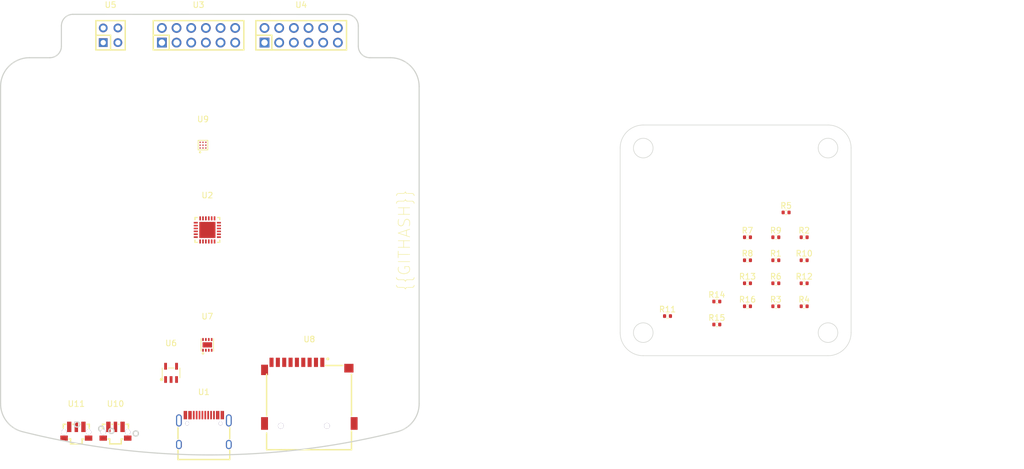
<source format=kicad_pcb>
(kicad_pcb (version 20221018) (generator pcbnew)
  (layers (0 "F.Cu" signal) (31 "B.Cu" signal) (34 "B.Paste" user) (35 "F.Paste" user) (36 "B.SilkS" user "B.Silkscreen") (37 "F.SilkS" user "F.Silkscreen") (38 "B.Mask" user) (39 "F.Mask" user) (44 "Edge.Cuts" user))
  (net 0 "")
  (net 1 "p1_0")
  (net 2 "p1_1")
  (net 3 "p1_2")
  (net 4 "p1_3")
  (net 5 "p0_0")
  (net 6 "p0_1")
  (net 7 "p0_2")
  (net 8 "p0_3")
  (net 9 "gnd")
  (net 10 "p0_4")
  (net 11 "p0_5")
  (net 12 "p0_6")
  (net 13 "p0_7")
  (net 14 "p1_4")
  (net 15 "p1_5")
  (net 16 "p1_6")
  (net 17 "p1_7")
  (net 18 "ad0")
  (net 19 "scl")
  (net 20 "sda")
  (net 21 "vcc")
  (net 22 "intn")
  (net 23 "rstn")
  (net 24 "ad1")
  (net 25 "vcc-3")
  (net 26 "cc1")
  (net 27 "dm")
  (net 28 "dp")
  (net 29 "cc2")
  (net 30 "vol_up.btn.btn-_4")
  (net 31 "vol_down.btn.btn-_4")
  (net 32 "stat")
  (net 33 "vcc-2")
  (net 34 "vcc-1")
  (net 35 "i2c_pullup.r_sda-vcc")
  (net 36 "ctg")
  (net 37 "qstrt")
  (net 38 "sbu2")
  (net 39 "sbu1")
  (net 40 "dat2")
  (net 41 "cd_dat3")
  (net 42 "cmd")
  (net 43 "vdd")
  (net 44 "clx")
  (net 45 "vss")
  (net 46 "dat0")
  (net 47 "dat1")
  (net 48 "net")
  (net 49 "uSD-ep")
  (net 50 "pmod1-_1")
  (net 51 "pmod1-_2")
  (net 52 "pmod1-_3")
  (net 53 "pmod1-_4")
  (net 54 "pmod1-_5")
  (net 55 "pmod1-_6")
  (net 56 "pmod1-_7")
  (net 57 "pmod1-_8")
  (net 58 "max17048-ep")
  (net 59 "pin2x2-_1")
  (net 60 "pin2x2-_2")
  (net 61 "pin2x2-_3")
  (net 62 "pin2x2-_4")
  (net 63 "pmod1-_9")
  (net 64 "pmod1-_10")
  (net 65 "pmod1-_11")
  (net 66 "pmod1-_12")
  (net 67 "pmod2-_1")
  (net 68 "pmod2-_2")
  (net 69 "pmod2-_3")
  (net 70 "pmod2-_4")
  (net 71 "pmod2-_5")
  (net 72 "pmod2-_6")
  (net 73 "pmod2-_7")
  (net 74 "pmod2-_8")
  (net 75 "pmod2-_9")
  (net 76 "pmod2-_10")
  (net 77 "pmod2-_11")
  (net 78 "pmod2-_12")
  (footprint "lib:SIM-SMD_C9900007362" (layer "F.Cu") (at 167.78 124.24)
    (fp_text reference "U8" (at 0 -9.3) (layer "F.SilkS"))
    (fp_text value "")
    (fp_line (start -7.4 3.97) (end -7.4 -3.25) (stroke (width 0.25)) (layer "F.SilkS"))
    (fp_line (start -7.4 9.85) (end -7.4 6.95) (stroke (width 0.25)) (layer "F.SilkS"))
    (fp_line (start 2.83 -4.75) (end 5.8 -4.75) (stroke (width 0.25)) (layer "F.SilkS"))
    (fp_line (start 7.3 -3.25) (end 7.3 -3.25) (stroke (width 0.25)) (layer "F.SilkS"))
    (fp_line (start 7.3 -3.25) (end 7.3 3.97) (stroke (width 0.25)) (layer "F.SilkS"))
    (fp_line (start 7.3 6.63) (end 7.3 9.85) (stroke (width 0.25)) (layer "F.SilkS"))
    (fp_line (start 7.3 9.85) (end -7.4 9.85) (stroke (width 0.25)) (layer "F.SilkS"))
    (fp_circle (center 3.2 -5.9) (end 3.34 -5.9) (stroke (width 0.25)) (fill none) (layer "F.SilkS"))
    (pad "" thru_hole circle (at -4.94 5.71) (size 1 1) (drill 1) (layers "*.Cu" "*.Mask"))
    (pad "" thru_hole circle (at 3.05 5.71) (size 1 1) (drill 1) (layers "*.Cu" "*.Mask"))
    (pad "1" smd rect (at 2.25 -5.3) (size 0.7 1.6) (layers "F.Cu" "F.Paste" "F.Mask") (net 40 "dat2"))
    (pad "2" smd rect (at 1.15 -5.3) (size 0.7 1.6) (layers "F.Cu" "F.Paste" "F.Mask") (net 41 "cd_dat3"))
    (pad "3" smd rect (at 0.05 -5.3) (size 0.7 1.6) (layers "F.Cu" "F.Paste" "F.Mask") (net 42 "cmd"))
    (pad "4" smd rect (at -1.05 -5.3) (size 0.7 1.6) (layers "F.Cu" "F.Paste" "F.Mask") (net 43 "vdd"))
    (pad "5" smd rect (at -2.15 -5.3) (size 0.7 1.6) (layers "F.Cu" "F.Paste" "F.Mask") (net 44 "clx"))
    (pad "6" smd rect (at -3.25 -5.3) (size 0.7 1.6) (layers "F.Cu" "F.Paste" "F.Mask") (net 45 "vss"))
    (pad "7" smd rect (at -4.35 -5.3) (size 0.7 1.6) (layers "F.Cu" "F.Paste" "F.Mask") (net 46 "dat0"))
    (pad "8" smd rect (at -5.45 -5.3) (size 0.7 1.6) (layers "F.Cu" "F.Paste" "F.Mask") (net 47 "dat1"))
    (pad "CD" smd rect (at -6.55 -5.3) (size 0.7 1.6) (layers "F.Cu" "F.Paste" "F.Mask") (net 48 "net"))
    (pad "G" smd rect (at -7.76 5.3) (size 1.2 2.2) (layers "F.Cu" "F.Paste" "F.Mask") (net 49 "uSD-ep"))
    (pad "G" smd rect (at -7.75 -3.99) (size 1.2 1.8) (layers "F.Cu" "F.Paste" "F.Mask") (net 49 "uSD-ep"))
    (pad "G" smd rect (at 6.85 -4.29) (size 1.6 1.5) (layers "F.Cu" "F.Paste" "F.Mask") (net 49 "uSD-ep"))
    (pad "G" smd rect (at 7.76 5.3) (size 1.2 2.2) (layers "F.Cu" "F.Paste" "F.Mask") (net 49 "uSD-ep"))
  )
  (footprint "lib:HDR-TH_12P-P2.54-V-M-R2-C6-S2.54" (layer "F.Cu") (at 148.59 62.23)
    (fp_text reference "U3" (at 0 -5.27) (layer "F.SilkS"))
    (fp_text value "")
    (fp_line (start -7.85 -2.54) (end -7.85 2.54) (stroke (width 0.25)) (layer "F.SilkS"))
    (fp_line (start -7.85 -2.54) (end 7.85 -2.54) (stroke (width 0.25)) (layer "F.SilkS"))
    (fp_line (start -7.85 -0.01) (end -5.08 -0.01) (stroke (width 0.25)) (layer "F.SilkS"))
    (fp_line (start -7.85 2.54) (end 7.85 2.54) (stroke (width 0.25)) (layer "F.SilkS"))
    (fp_line (start -5.08 -0.01) (end -5.08 2.54) (stroke (width 0.25)) (layer "F.SilkS"))
    (fp_line (start 7.85 -2.54) (end 7.85 2.54) (stroke (width 0.25)) (layer "F.SilkS"))
    (pad "1" thru_hole rect (at -6.35 1.27) (size 1.7 1.7) (drill 1.100023) (layers "*.Cu" "*.Mask") (net 50 "pmod1-_1"))
    (pad "2" thru_hole circle (at -6.35 -1.27) (size 1.7 1.7) (drill 1.100023) (layers "*.Cu" "*.Mask") (net 51 "pmod1-_2"))
    (pad "3" thru_hole circle (at -3.81 1.27) (size 1.7 1.7) (drill 1.100023) (layers "*.Cu" "*.Mask") (net 52 "pmod1-_3"))
    (pad "4" thru_hole circle (at -3.81 -1.27) (size 1.7 1.7) (drill 1.100023) (layers "*.Cu" "*.Mask") (net 53 "pmod1-_4"))
    (pad "5" thru_hole circle (at -1.27 1.27) (size 1.7 1.7) (drill 1.100023) (layers "*.Cu" "*.Mask") (net 54 "pmod1-_5"))
    (pad "6" thru_hole circle (at -1.27 -1.27) (size 1.7 1.7) (drill 1.100023) (layers "*.Cu" "*.Mask") (net 55 "pmod1-_6"))
    (pad "7" thru_hole circle (at 1.27 1.27) (size 1.7 1.7) (drill 1.100023) (layers "*.Cu" "*.Mask") (net 56 "pmod1-_7"))
    (pad "8" thru_hole circle (at 1.27 -1.27) (size 1.7 1.7) (drill 1.100023) (layers "*.Cu" "*.Mask") (net 57 "pmod1-_8"))
    (pad "9" thru_hole circle (at 3.81 1.27) (size 1.7 1.7) (drill 1.100023) (layers "*.Cu" "*.Mask") (net 63 "pmod1-_9"))
    (pad "10" thru_hole circle (at 3.81 -1.27) (size 1.7 1.7) (drill 1.100023) (layers "*.Cu" "*.Mask") (net 64 "pmod1-_10"))
    (pad "11" thru_hole circle (at 6.35 1.27) (size 1.7 1.7) (drill 1.100023) (layers "*.Cu" "*.Mask") (net 65 "pmod1-_11"))
    (pad "12" thru_hole circle (at 6.35 -1.27) (size 1.7 1.7) (drill 1.100023) (layers "*.Cu" "*.Mask") (net 66 "pmod1-_12"))
  )
  (footprint "lib:HDR-TH_12P-P2.54-V-M-R2-C6-S2.54" (layer "F.Cu") (at 166.37 62.23)
    (fp_text reference "U4" (at 0 -5.27) (layer "F.SilkS"))
    (fp_text value "")
    (fp_line (start -7.85 -2.54) (end -7.85 2.54) (stroke (width 0.25)) (layer "F.SilkS"))
    (fp_line (start -7.85 -2.54) (end 7.85 -2.54) (stroke (width 0.25)) (layer "F.SilkS"))
    (fp_line (start -7.85 -0.01) (end -5.08 -0.01) (stroke (width 0.25)) (layer "F.SilkS"))
    (fp_line (start -7.85 2.54) (end 7.85 2.54) (stroke (width 0.25)) (layer "F.SilkS"))
    (fp_line (start -5.08 -0.01) (end -5.08 2.54) (stroke (width 0.25)) (layer "F.SilkS"))
    (fp_line (start 7.85 -2.54) (end 7.85 2.54) (stroke (width 0.25)) (layer "F.SilkS"))
    (pad "1" thru_hole rect (at -6.35 1.27) (size 1.7 1.7) (drill 1.100023) (layers "*.Cu" "*.Mask") (net 67 "pmod2-_1"))
    (pad "2" thru_hole circle (at -6.35 -1.27) (size 1.7 1.7) (drill 1.100023) (layers "*.Cu" "*.Mask") (net 68 "pmod2-_2"))
    (pad "3" thru_hole circle (at -3.81 1.27) (size 1.7 1.7) (drill 1.100023) (layers "*.Cu" "*.Mask") (net 69 "pmod2-_3"))
    (pad "4" thru_hole circle (at -3.81 -1.27) (size 1.7 1.7) (drill 1.100023) (layers "*.Cu" "*.Mask") (net 70 "pmod2-_4"))
    (pad "5" thru_hole circle (at -1.27 1.27) (size 1.7 1.7) (drill 1.100023) (layers "*.Cu" "*.Mask") (net 71 "pmod2-_5"))
    (pad "6" thru_hole circle (at -1.27 -1.27) (size 1.7 1.7) (drill 1.100023) (layers "*.Cu" "*.Mask") (net 72 "pmod2-_6"))
    (pad "7" thru_hole circle (at 1.27 1.27) (size 1.7 1.7) (drill 1.100023) (layers "*.Cu" "*.Mask") (net 73 "pmod2-_7"))
    (pad "8" thru_hole circle (at 1.27 -1.27) (size 1.7 1.7) (drill 1.100023) (layers "*.Cu" "*.Mask") (net 74 "pmod2-_8"))
    (pad "9" thru_hole circle (at 3.81 1.27) (size 1.7 1.7) (drill 1.100023) (layers "*.Cu" "*.Mask") (net 75 "pmod2-_9"))
    (pad "10" thru_hole circle (at 3.81 -1.27) (size 1.7 1.7) (drill 1.100023) (layers "*.Cu" "*.Mask") (net 76 "pmod2-_10"))
    (pad "11" thru_hole circle (at 6.35 1.27) (size 1.7 1.7) (drill 1.100023) (layers "*.Cu" "*.Mask") (net 77 "pmod2-_11"))
    (pad "12" thru_hole circle (at 6.35 -1.27) (size 1.7 1.7) (drill 1.100023) (layers "*.Cu" "*.Mask") (net 78 "pmod2-_12"))
  )
  (footprint "lib:DFN-8_L2.0-W2.0-P0.50-BL-EP" (layer "F.Cu") (at 150.11 115.91)
    (fp_text reference "U7" (at 0 -4.93) (layer "F.SilkS"))
    (fp_text value "")
    (fp_line (start -1.08 1.08) (end -1.08 -1.08) (stroke (width 0.15)) (layer "F.SilkS"))
    (fp_line (start 1.08 1.08) (end 1.08 -1.08) (stroke (width 0.15)) (layer "F.SilkS"))
    (fp_circle (center -0.75 1.48) (end -0.68 1.48) (stroke (width 0.15)) (fill none) (layer "F.SilkS"))
    (pad "1" smd rect (at -0.75 0.93) (size 0.28 0.51) (layers "F.Cu" "F.Paste" "F.Mask") (net 36 "ctg"))
    (pad "2" smd rect (at -0.25 0.93) (size 0.28 0.51) (layers "F.Cu" "F.Paste" "F.Mask") (net 33 "vcc-2"))
    (pad "3" smd rect (at 0.25 0.93) (size 0.28 0.51) (layers "F.Cu" "F.Paste" "F.Mask") (net 33 "vcc-2"))
    (pad "4" smd rect (at 0.75 0.93) (size 0.28 0.51) (layers "F.Cu" "F.Paste" "F.Mask") (net 9 "gnd"))
    (pad "5" smd rect (at 0.75 -0.93) (size 0.28 0.51) (layers "F.Cu" "F.Paste" "F.Mask") (net 14 "p1_4"))
    (pad "6" smd rect (at 0.25 -0.93) (size 0.28 0.51) (layers "F.Cu" "F.Paste" "F.Mask") (net 37 "qstrt"))
    (pad "7" smd rect (at -0.25 -0.93) (size 0.28 0.51) (layers "F.Cu" "F.Paste" "F.Mask") (net 19 "scl"))
    (pad "8" smd rect (at -0.75 -0.93) (size 0.28 0.51) (layers "F.Cu" "F.Paste" "F.Mask") (net 20 "sda"))
    (pad "9" smd rect (at 0 0) (size 1.65 0.9) (layers "F.Cu" "F.Paste" "F.Mask") (net 58 "max17048-ep"))
  )
  (footprint "lib:R0402" (layer "F.Cu") (at 253.49 109.22)
    (fp_text reference "R4" (at 0 -1.17) (layer "F.SilkS"))
    (fp_text value "62.5mW Thick Film Resistors ±100ppm/℃ ±1% 10kΩ 0402  Chip Resistor - Surface Mount ROHS")
    (fp_line (start -0.153641 -0.38) (end 0.153641 -0.38) (stroke (width 0.12)) (layer "F.SilkS"))
    (fp_line (start -0.153641 0.38) (end 0.153641 0.38) (stroke (width 0.12)) (layer "F.SilkS"))
    (pad "1" smd roundrect (at -0.51 0) (size 0.54 0.64) (layers "F.Cu" "F.Paste" "F.Mask") (net 19 "scl"))
    (pad "2" smd roundrect (at 0.51 0) (size 0.54 0.64) (layers "F.Cu" "F.Paste" "F.Mask") (net 35 "i2c_pullup.r_sda-vcc"))
  )
  (footprint "lib:R0402" (layer "F.Cu") (at 243.67 97.25)
    (fp_text reference "R7" (at 0 -1.17) (layer "F.SilkS"))
    (fp_text value "62.5mW Thick Film Resistors ±100ppm/℃ ±1% 10kΩ 0402  Chip Resistor - Surface Mount ROHS")
    (fp_line (start -0.153641 -0.38) (end 0.153641 -0.38) (stroke (width 0.12)) (layer "F.SilkS"))
    (fp_line (start -0.153641 0.38) (end 0.153641 0.38) (stroke (width 0.12)) (layer "F.SilkS"))
    (pad "1" smd roundrect (at -0.51 0) (size 0.54 0.64) (layers "F.Cu" "F.Paste" "F.Mask") (net 21 "vcc"))
    (pad "2" smd roundrect (at 0.51 0) (size 0.54 0.64) (layers "F.Cu" "F.Paste" "F.Mask") (net 7 "p0_2"))
  )
  (footprint "lib:HDR-TH_4P-P2.54-V-M-R2-C2-S2.54-1" (layer "F.Cu") (at 133.35 62.23)
    (fp_text reference "U5" (at 0 -5.27) (layer "F.SilkS"))
    (fp_text value "")
    (fp_line (start -2.54 -2.54) (end 2.54 -2.54) (stroke (width 0.25)) (layer "F.SilkS"))
    (fp_line (start -2.54 0) (end 0 0) (stroke (width 0.25)) (layer "F.SilkS"))
    (fp_line (start -2.54 2.54) (end -2.54 -2.54) (stroke (width 0.25)) (layer "F.SilkS"))
    (fp_line (start 0 0) (end 0 2.54) (stroke (width 0.25)) (layer "F.SilkS"))
    (fp_line (start 2.54 -2.54) (end 2.54 2.54) (stroke (width 0.25)) (layer "F.SilkS"))
    (fp_line (start 2.54 2.54) (end -2.54 2.54) (stroke (width 0.25)) (layer "F.SilkS"))
    (pad "1" thru_hole rect (at -1.27 1.27) (size 1.52 1.52) (drill 0.9144) (layers "*.Cu" "*.Mask") (net 59 "pin2x2-_1"))
    (pad "2" thru_hole circle (at -1.27 -1.27) (size 1.52 1.52) (drill 0.9144) (layers "*.Cu" "*.Mask") (net 60 "pin2x2-_2"))
    (pad "3" thru_hole circle (at 1.27 1.27) (size 1.52 1.52) (drill 0.9144) (layers "*.Cu" "*.Mask") (net 61 "pin2x2-_3"))
    (pad "4" thru_hole circle (at 1.27 -1.27) (size 1.52 1.52) (drill 0.9144) (layers "*.Cu" "*.Mask") (net 62 "pin2x2-_4"))
  )
  (footprint "lib:R0402" (layer "F.Cu") (at 238.36 112.38)
    (fp_text reference "R15" (at 0 -1.17) (layer "F.SilkS"))
    (fp_text value "62.5mW Thick Film Resistors ±100ppm/℃ ±1% 10kΩ 0402  Chip Resistor - Surface Mount ROHS")
    (fp_line (start -0.153641 -0.38) (end 0.153641 -0.38) (stroke (width 0.12)) (layer "F.SilkS"))
    (fp_line (start -0.153641 0.38) (end 0.153641 0.38) (stroke (width 0.12)) (layer "F.SilkS"))
    (pad "1" smd roundrect (at -0.51 0) (size 0.54 0.64) (layers "F.Cu" "F.Paste" "F.Mask") (net 9 "gnd"))
    (pad "2" smd roundrect (at 0.51 0) (size 0.54 0.64) (layers "F.Cu" "F.Paste" "F.Mask") (net 3 "p1_2"))
  )
  (footprint "lib:R0402" (layer "F.Cu") (at 253.49 97.25)
    (fp_text reference "R2" (at 0 -1.17) (layer "F.SilkS"))
    (fp_text value "62.5mW Thick Film Resistors ±100ppm/℃ ±1% 5.1kΩ 0402  Chip Resistor - Surface Mount ROHS")
    (fp_line (start -0.153641 -0.38) (end 0.153641 -0.38) (stroke (width 0.12)) (layer "F.SilkS"))
    (fp_line (start -0.153641 0.38) (end 0.153641 0.38) (stroke (width 0.12)) (layer "F.SilkS"))
    (pad "1" smd roundrect (at -0.51 0) (size 0.54 0.64) (layers "F.Cu" "F.Paste" "F.Mask") (net 29 "cc2"))
    (pad "2" smd roundrect (at 0.51 0) (size 0.54 0.64) (layers "F.Cu" "F.Paste" "F.Mask") (net 9 "gnd"))
  )
  (footprint "lib:VFQFPN-24_L4.0-W4.0-P0.50-BL-EP2.8" (layer "F.Cu") (at 150.11 95.98)
    (fp_text reference "U2" (at 0 -6) (layer "F.SilkS"))
    (fp_text value "")
    (fp_line (start -2.14 -2.15) (end -1.74 -2.15) (stroke (width 0.2)) (layer "F.SilkS"))
    (fp_line (start -2.14 -1.75) (end -2.14 -2.15) (stroke (width 0.2)) (layer "F.SilkS"))
    (fp_line (start -2.14 2.15) (end -2.14 1.75) (stroke (width 0.2)) (layer "F.SilkS"))
    (fp_line (start -1.74 2.15) (end -2.14 2.15) (stroke (width 0.2)) (layer "F.SilkS"))
    (fp_line (start 2.16 -2.15) (end 1.76 -2.15) (stroke (width 0.2)) (layer "F.SilkS"))
    (fp_line (start 2.16 -1.75) (end 2.16 -2.15) (stroke (width 0.2)) (layer "F.SilkS"))
    (fp_line (start 2.16 1.75) (end 2.16 2.15) (stroke (width 0.2)) (layer "F.SilkS"))
    (fp_line (start 2.16 2.15) (end 1.76 2.15) (stroke (width 0.2)) (layer "F.SilkS"))
    (pad "1" smd rect (at -1.25 2 180) (size 0.28 0.7) (layers "F.Cu" "F.Paste" "F.Mask") (net 1 "p1_0"))
    (pad "2" smd rect (at -0.75 2 180) (size 0.28 0.7) (layers "F.Cu" "F.Paste" "F.Mask") (net 2 "p1_1"))
    (pad "3" smd rect (at -0.25 2 180) (size 0.28 0.7) (layers "F.Cu" "F.Paste" "F.Mask") (net 3 "p1_2"))
    (pad "4" smd rect (at 0.25 2 180) (size 0.28 0.7) (layers "F.Cu" "F.Paste" "F.Mask") (net 4 "p1_3"))
    (pad "5" smd rect (at 0.75 2 180) (size 0.28 0.7) (layers "F.Cu" "F.Paste" "F.Mask") (net 5 "p0_0"))
    (pad "6" smd rect (at 1.25 2 180) (size 0.28 0.7) (layers "F.Cu" "F.Paste" "F.Mask") (net 6 "p0_1"))
    (pad "7" smd rect (at 2 1.25 90) (size 0.28 0.7) (layers "F.Cu" "F.Paste" "F.Mask") (net 7 "p0_2"))
    (pad "8" smd rect (at 2 0.75 90) (size 0.28 0.7) (layers "F.Cu" "F.Paste" "F.Mask") (net 8 "p0_3"))
    (pad "9" smd rect (at 2 0.25 90) (size 0.28 0.7) (layers "F.Cu" "F.Paste" "F.Mask") (net 9 "gnd"))
    (pad "10" smd rect (at 2 -0.25 90) (size 0.28 0.7) (layers "F.Cu" "F.Paste" "F.Mask") (net 10 "p0_4"))
    (pad "11" smd rect (at 2 -0.75 90) (size 0.28 0.7) (layers "F.Cu" "F.Paste" "F.Mask") (net 11 "p0_5"))
    (pad "12" smd rect (at 2 -1.25 90) (size 0.28 0.7) (layers "F.Cu" "F.Paste" "F.Mask") (net 12 "p0_6"))
    (pad "13" smd rect (at 1.25 -2 180) (size 0.28 0.7) (layers "F.Cu" "F.Paste" "F.Mask") (net 13 "p0_7"))
    (pad "14" smd rect (at 0.75 -2 180) (size 0.28 0.7) (layers "F.Cu" "F.Paste" "F.Mask") (net 14 "p1_4"))
    (pad "15" smd rect (at 0.25 -2 180) (size 0.28 0.7) (layers "F.Cu" "F.Paste" "F.Mask") (net 15 "p1_5"))
    (pad "16" smd rect (at -0.25 -2 180) (size 0.28 0.7) (layers "F.Cu" "F.Paste" "F.Mask") (net 16 "p1_6"))
    (pad "17" smd rect (at -0.75 -2 180) (size 0.28 0.7) (layers "F.Cu" "F.Paste" "F.Mask") (net 17 "p1_7"))
    (pad "18" smd rect (at -1.24 -2 180) (size 0.28 0.7) (layers "F.Cu" "F.Paste" "F.Mask") (net 18 "ad0"))
    (pad "19" smd rect (at -2 -1.25 90) (size 0.28 0.7) (layers "F.Cu" "F.Paste" "F.Mask") (net 19 "scl"))
    (pad "20" smd rect (at -2 -0.75 90) (size 0.28 0.7) (layers "F.Cu" "F.Paste" "F.Mask") (net 20 "sda"))
    (pad "21" smd rect (at -2 -0.25 90) (size 0.28 0.7) (layers "F.Cu" "F.Paste" "F.Mask") (net 21 "vcc"))
    (pad "22" smd rect (at -2 0.25 90) (size 0.28 0.7) (layers "F.Cu" "F.Paste" "F.Mask") (net 22 "intn"))
    (pad "23" smd rect (at -2 0.75 90) (size 0.28 0.7) (layers "F.Cu" "F.Paste" "F.Mask") (net 23 "rstn"))
    (pad "24" smd rect (at -2 1.25 90) (size 0.28 0.7) (layers "F.Cu" "F.Paste" "F.Mask") (net 24 "ad1"))
    (pad "25" smd rect (at 0.01 0 90) (size 2.8 2.8) (layers "F.Cu" "F.Paste" "F.Mask") (net 9 "gnd"))
  )
  (footprint "lib:R0402" (layer "F.Cu") (at 253.49 105.23)
    (fp_text reference "R12" (at 0 -1.17) (layer "F.SilkS"))
    (fp_text value "62.5mW Thick Film Resistors ±100ppm/℃ ±1% 10kΩ 0402  Chip Resistor - Surface Mount ROHS")
    (fp_line (start -0.153641 -0.38) (end 0.153641 -0.38) (stroke (width 0.12)) (layer "F.SilkS"))
    (fp_line (start -0.153641 0.38) (end 0.153641 0.38) (stroke (width 0.12)) (layer "F.SilkS"))
    (pad "1" smd roundrect (at -0.51 0) (size 0.54 0.64) (layers "F.Cu" "F.Paste" "F.Mask") (net 9 "gnd"))
    (pad "2" smd roundrect (at 0.51 0) (size 0.54 0.64) (layers "F.Cu" "F.Paste" "F.Mask") (net 13 "p0_7"))
  )
  (footprint "lib:R0402" (layer "F.Cu") (at 248.58 109.22)
    (fp_text reference "R3" (at 0 -1.17) (layer "F.SilkS"))
    (fp_text value "62.5mW Thick Film Resistors ±100ppm/℃ ±1% 10kΩ 0402  Chip Resistor - Surface Mount ROHS")
    (fp_line (start -0.153641 -0.38) (end 0.153641 -0.38) (stroke (width 0.12)) (layer "F.SilkS"))
    (fp_line (start -0.153641 0.38) (end 0.153641 0.38) (stroke (width 0.12)) (layer "F.SilkS"))
    (pad "1" smd roundrect (at -0.51 0) (size 0.54 0.64) (layers "F.Cu" "F.Paste" "F.Mask") (net 20 "sda"))
    (pad "2" smd roundrect (at 0.51 0) (size 0.54 0.64) (layers "F.Cu" "F.Paste" "F.Mask") (net 35 "i2c_pullup.r_sda-vcc"))
  )
  (footprint "lib:SW-SMD_E-SWITCH_TL3340" (layer "F.Cu") (at 134.2 131.11)
    (fp_text reference "U10" (at 0 -4.98) (layer "F.SilkS"))
    (fp_text value "")
    (fp_line (start -2.25 -1.43) (end -2.25 -0.75) (stroke (width 0.25)) (layer "F.SilkS"))
    (fp_line (start -2.25 -1.43) (end -1.83 -1.43) (stroke (width 0.25)) (layer "F.SilkS"))
    (fp_line (start -1.24 1.12) (end -1 1.12) (stroke (width 0.25)) (layer "F.SilkS"))
    (fp_line (start -1 1.12) (end -1 1.97) (stroke (width 0.25)) (layer "F.SilkS"))
    (fp_line (start -1 1.97) (end 1 1.97) (stroke (width 0.25)) (layer "F.SilkS"))
    (fp_line (start -0.62 -1.43) (end -0.53 -1.43) (stroke (width 0.25)) (layer "F.SilkS"))
    (fp_line (start 0.53 -1.43) (end 0.62 -1.43) (stroke (width 0.25)) (layer "F.SilkS"))
    (fp_line (start 1 1.12) (end 1.24 1.12) (stroke (width 0.25)) (layer "F.SilkS"))
    (fp_line (start 1 1.97) (end 1 1.12) (stroke (width 0.25)) (layer "F.SilkS"))
    (fp_line (start 1.83 -1.43) (end 2.25 -1.43) (stroke (width 0.25)) (layer "F.SilkS"))
    (fp_line (start 2.25 -1.43) (end 2.25 -0.75) (stroke (width 0.25)) (layer "F.SilkS"))
    (pad "" thru_hole circle (at -2.12 -0.07) (size 0.9 0.9) (drill 0.9) (layers "*.Cu" "*.Mask"))
    (pad "" thru_hole circle (at 2.12 -0.07) (size 0.9 0.9) (drill 0.9) (layers "*.Cu" "*.Mask"))
    (pad "1" smd rect (at -1.23 -0.98) (size 0.75 1.8) (layers "F.Cu" "F.Paste" "F.Mask") (net 3 "p1_2"))
    (pad "2" smd rect (at 0 -0.98) (size 0.6 1.8) (layers "F.Cu" "F.Paste" "F.Mask") (net 21 "vcc"))
    (pad "3" smd rect (at 1.23 -0.98) (size 0.75 1.8) (layers "F.Cu" "F.Paste" "F.Mask") (net 21 "vcc"))
    (pad "4" smd rect (at 2.12 0.97 90) (size 0.9 1.3) (layers "F.Cu" "F.Paste" "F.Mask") (net 30 "vol_up.btn.btn-_4"))
    (pad "5" smd rect (at -2.12 0.97 90) (size 0.9 1.3) (layers "F.Cu" "F.Paste" "F.Mask") (net 30 "vol_up.btn.btn-_4"))
  )
  (footprint "lib:USB-C-SMD_TYPE-611-T3-W" (layer "F.Cu") (at 149.51 130.64)
    (fp_text reference "U1" (at 0 -6.55) (layer "F.SilkS"))
    (fp_text value "")
    (fp_line (start -4.48 1.53) (end -4.48 -0.37) (stroke (width 0.25)) (layer "F.SilkS"))
    (fp_line (start -4.48 5.15) (end -4.48 3.56) (stroke (width 0.25)) (layer "F.SilkS"))
    (fp_line (start 4.48 1.53) (end 4.48 -0.37) (stroke (width 0.25)) (layer "F.SilkS"))
    (fp_line (start 4.48 5.15) (end -4.48 5.15) (stroke (width 0.25)) (layer "F.SilkS"))
    (fp_line (start 4.48 5.15) (end 4.48 3.56) (stroke (width 0.25)) (layer "F.SilkS"))
    (pad "" thru_hole circle (at -2.89 -1.1) (size 0.65 0.65) (drill 0.65) (layers "*.Cu" "*.Mask"))
    (pad "" thru_hole circle (at 2.89 -1.1) (size 0.65 0.65) (drill 0.65) (layers "*.Cu" "*.Mask"))
    (pad "17" thru_hole oval (at 4.32 -1.63) (size 1 2.1) (drill oval 0.599999 1.699997) (layers "*.Cu" "*.Mask") (net 9 "gnd"))
    (pad "18" thru_hole oval (at 4.32 2.55) (size 1 1.6) (drill oval 0.599999 1.199998) (layers "*.Cu" "*.Mask") (net 9 "gnd"))
    (pad "19" thru_hole oval (at -4.32 2.55) (size 1 1.6) (drill oval 0.599999 1.199998) (layers "*.Cu" "*.Mask") (net 9 "gnd"))
    (pad "20" thru_hole oval (at -4.32 -1.63) (size 1 2.1) (drill oval 0.599999 1.699997) (layers "*.Cu" "*.Mask") (net 9 "gnd"))
    (pad "A1" smd rect (at -3.35 -2.55) (size 0.3 1.45) (layers "F.Cu" "F.Paste" "F.Mask") (net 9 "gnd"))
    (pad "A4" smd rect (at -2.55 -2.54) (size 0.3 1.45) (layers "F.Cu" "F.Paste" "F.Mask") (net 25 "vcc-3"))
    (pad "A5" smd rect (at -1.25 -2.55) (size 0.3 1.45) (layers "F.Cu" "F.Paste" "F.Mask") (net 26 "cc1"))
    (pad "A6" smd rect (at -0.25 -2.55) (size 0.3 1.45) (layers "F.Cu" "F.Paste" "F.Mask") (net 28 "dp"))
    (pad "A7" smd rect (at 0.25 -2.55) (size 0.3 1.45) (layers "F.Cu" "F.Paste" "F.Mask") (net 27 "dm"))
    (pad "A8" smd rect (at 1.25 -2.55) (size 0.3 1.45) (layers "F.Cu" "F.Paste" "F.Mask") (net 39 "sbu1"))
    (pad "A9" smd rect (at 2.55 -2.55) (size 0.3 1.45) (layers "F.Cu" "F.Paste" "F.Mask") (net 25 "vcc-3"))
    (pad "A12" smd rect (at 3.35 -2.55) (size 0.3 1.45) (layers "F.Cu" "F.Paste" "F.Mask") (net 9 "gnd"))
    (pad "B1" smd rect (at 3.05 -2.55) (size 0.3 1.45) (layers "F.Cu" "F.Paste" "F.Mask") (net 9 "gnd"))
    (pad "B4" smd rect (at 2.25 -2.55) (size 0.3 1.45) (layers "F.Cu" "F.Paste" "F.Mask") (net 25 "vcc-3"))
    (pad "B5" smd rect (at 1.75 -2.55) (size 0.3 1.45) (layers "F.Cu" "F.Paste" "F.Mask") (net 29 "cc2"))
    (pad "B6" smd rect (at 0.75 -2.55) (size 0.3 1.45) (layers "F.Cu" "F.Paste" "F.Mask") (net 28 "dp"))
    (pad "B7" smd rect (at -0.75 -2.55) (size 0.3 1.45) (layers "F.Cu" "F.Paste" "F.Mask") (net 27 "dm"))
    (pad "B8" smd rect (at -1.75 -2.55) (size 0.3 1.45) (layers "F.Cu" "F.Paste" "F.Mask") (net 38 "sbu2"))
    (pad "B9" smd rect (at -2.25 -2.54) (size 0.3 1.45) (layers "F.Cu" "F.Paste" "F.Mask") (net 25 "vcc-3"))
    (pad "B12" smd rect (at -3.05 -2.55) (size 0.3 1.45) (layers "F.Cu" "F.Paste" "F.Mask") (net 9 "gnd"))
  )
  (footprint "lib:R0402" (layer "F.Cu") (at 238.36 108.39)
    (fp_text reference "R14" (at 0 -1.17) (layer "F.SilkS"))
    (fp_text value "62.5mW Thick Film Resistors ±100ppm/℃ ±1% 10kΩ 0402  Chip Resistor - Surface Mount ROHS")
    (fp_line (start -0.153641 -0.38) (end 0.153641 -0.38) (stroke (width 0.12)) (layer "F.SilkS"))
    (fp_line (start -0.153641 0.38) (end 0.153641 0.38) (stroke (width 0.12)) (layer "F.SilkS"))
    (pad "1" smd roundrect (at -0.51 0) (size 0.54 0.64) (layers "F.Cu" "F.Paste" "F.Mask") (net 9 "gnd"))
    (pad "2" smd roundrect (at 0.51 0) (size 0.54 0.64) (layers "F.Cu" "F.Paste" "F.Mask") (net 2 "p1_1"))
  )
  (footprint "lib:SW-SMD_E-SWITCH_TL3340" (layer "F.Cu") (at 127.42 131.11)
    (fp_text reference "U11" (at 0 -4.98) (layer "F.SilkS"))
    (fp_text value "")
    (fp_line (start -2.25 -1.43) (end -2.25 -0.75) (stroke (width 0.25)) (layer "F.SilkS"))
    (fp_line (start -2.25 -1.43) (end -1.83 -1.43) (stroke (width 0.25)) (layer "F.SilkS"))
    (fp_line (start -1.24 1.12) (end -1 1.12) (stroke (width 0.25)) (layer "F.SilkS"))
    (fp_line (start -1 1.12) (end -1 1.97) (stroke (width 0.25)) (layer "F.SilkS"))
    (fp_line (start -1 1.97) (end 1 1.97) (stroke (width 0.25)) (layer "F.SilkS"))
    (fp_line (start -0.62 -1.43) (end -0.53 -1.43) (stroke (width 0.25)) (layer "F.SilkS"))
    (fp_line (start 0.53 -1.43) (end 0.62 -1.43) (stroke (width 0.25)) (layer "F.SilkS"))
    (fp_line (start 1 1.12) (end 1.24 1.12) (stroke (width 0.25)) (layer "F.SilkS"))
    (fp_line (start 1 1.97) (end 1 1.12) (stroke (width 0.25)) (layer "F.SilkS"))
    (fp_line (start 1.83 -1.43) (end 2.25 -1.43) (stroke (width 0.25)) (layer "F.SilkS"))
    (fp_line (start 2.25 -1.43) (end 2.25 -0.75) (stroke (width 0.25)) (layer "F.SilkS"))
    (pad "" thru_hole circle (at -2.12 -0.07) (size 0.9 0.9) (drill 0.9) (layers "*.Cu" "*.Mask"))
    (pad "" thru_hole circle (at 2.12 -0.07) (size 0.9 0.9) (drill 0.9) (layers "*.Cu" "*.Mask"))
    (pad "1" smd rect (at -1.23 -0.98) (size 0.75 1.8) (layers "F.Cu" "F.Paste" "F.Mask") (net 4 "p1_3"))
    (pad "2" smd rect (at 0 -0.98) (size 0.6 1.8) (layers "F.Cu" "F.Paste" "F.Mask") (net 21 "vcc"))
    (pad "3" smd rect (at 1.23 -0.98) (size 0.75 1.8) (layers "F.Cu" "F.Paste" "F.Mask") (net 21 "vcc"))
    (pad "4" smd rect (at 2.12 0.97 90) (size 0.9 1.3) (layers "F.Cu" "F.Paste" "F.Mask") (net 31 "vol_down.btn.btn-_4"))
    (pad "5" smd rect (at -2.12 0.97 90) (size 0.9 1.3) (layers "F.Cu" "F.Paste" "F.Mask") (net 31 "vol_down.btn.btn-_4"))
  )
  (footprint "lib:R0402" (layer "F.Cu") (at 248.58 101.24)
    (fp_text reference "R1" (at 0 -1.17) (layer "F.SilkS"))
    (fp_text value "62.5mW Thick Film Resistors ±100ppm/℃ ±1% 5.1kΩ 0402  Chip Resistor - Surface Mount ROHS")
    (fp_line (start -0.153641 -0.38) (end 0.153641 -0.38) (stroke (width 0.12)) (layer "F.SilkS"))
    (fp_line (start -0.153641 0.38) (end 0.153641 0.38) (stroke (width 0.12)) (layer "F.SilkS"))
    (pad "1" smd roundrect (at -0.51 0) (size 0.54 0.64) (layers "F.Cu" "F.Paste" "F.Mask") (net 26 "cc1"))
    (pad "2" smd roundrect (at 0.51 0) (size 0.54 0.64) (layers "F.Cu" "F.Paste" "F.Mask") (net 9 "gnd"))
  )
  (footprint "lib:R0402" (layer "F.Cu") (at 250.36 92.95)
    (fp_text reference "R5" (at 0 -1.17) (layer "F.SilkS"))
    (fp_text value "62.5mW Thick Film Resistors ±100ppm/℃ ±1% 10kΩ 0402  Chip Resistor - Surface Mount ROHS")
    (fp_line (start -0.153641 -0.38) (end 0.153641 -0.38) (stroke (width 0.12)) (layer "F.SilkS"))
    (fp_line (start -0.153641 0.38) (end 0.153641 0.38) (stroke (width 0.12)) (layer "F.SilkS"))
    (pad "1" smd roundrect (at -0.51 0) (size 0.54 0.64) (layers "F.Cu" "F.Paste" "F.Mask") (net 21 "vcc"))
    (pad "2" smd roundrect (at 0.51 0) (size 0.54 0.64) (layers "F.Cu" "F.Paste" "F.Mask") (net 5 "p0_0"))
  )
  (footprint "lib:R0402" (layer "F.Cu") (at 243.67 109.22)
    (fp_text reference "R16" (at 0 -1.17) (layer "F.SilkS"))
    (fp_text value "62.5mW Thick Film Resistors ±100ppm/℃ ±1% 10kΩ 0402  Chip Resistor - Surface Mount ROHS")
    (fp_line (start -0.153641 -0.38) (end 0.153641 -0.38) (stroke (width 0.12)) (layer "F.SilkS"))
    (fp_line (start -0.153641 0.38) (end 0.153641 0.38) (stroke (width 0.12)) (layer "F.SilkS"))
    (pad "1" smd roundrect (at -0.51 0) (size 0.54 0.64) (layers "F.Cu" "F.Paste" "F.Mask") (net 9 "gnd"))
    (pad "2" smd roundrect (at 0.51 0) (size 0.54 0.64) (layers "F.Cu" "F.Paste" "F.Mask") (net 4 "p1_3"))
  )
  (footprint "lib:R0402" (layer "F.Cu") (at 243.67 105.23)
    (fp_text reference "R13" (at 0 -1.17) (layer "F.SilkS"))
    (fp_text value "62.5mW Thick Film Resistors ±100ppm/℃ ±1% 10kΩ 0402  Chip Resistor - Surface Mount ROHS")
    (fp_line (start -0.153641 -0.38) (end 0.153641 -0.38) (stroke (width 0.12)) (layer "F.SilkS"))
    (fp_line (start -0.153641 0.38) (end 0.153641 0.38) (stroke (width 0.12)) (layer "F.SilkS"))
    (pad "1" smd roundrect (at -0.51 0) (size 0.54 0.64) (layers "F.Cu" "F.Paste" "F.Mask") (net 9 "gnd"))
    (pad "2" smd roundrect (at 0.51 0) (size 0.54 0.64) (layers "F.Cu" "F.Paste" "F.Mask") (net 1 "p1_0"))
  )
  (footprint "lib:DSBGA-9_L1.5-W1.5-R3-C3-P0.50-BL" (layer "F.Cu") (at 149.36 81.28)
    (fp_text reference "U9" (at 0 -4.5) (layer "F.SilkS"))
    (fp_text value "")
    (fp_line (start -0.83 -0.83) (end 0.83 -0.83) (stroke (width 0.15)) (layer "F.SilkS"))
    (fp_line (start -0.83 0.83) (end -0.83 -0.83) (stroke (width 0.15)) (layer "F.SilkS"))
    (fp_line (start 0.83 -0.83) (end 0.83 0.83) (stroke (width 0.15)) (layer "F.SilkS"))
    (fp_line (start 0.83 0.83) (end -0.83 0.83) (stroke (width 0.15)) (layer "F.SilkS"))
    (fp_circle (center -0.5 1.23) (end -0.4 1.23) (stroke (width 0.2)) (fill none) (layer "F.SilkS"))
    (pad "A1" smd circle (at -0.5 0.5) (size 0.24 0.24) (layers "F.Cu" "F.Paste" "F.Mask"))
    (pad "A2" smd circle (at -0.5 0) (size 0.24 0.24) (layers "F.Cu" "F.Paste" "F.Mask"))
    (pad "A3" smd circle (at -0.5 -0.5) (size 0.24 0.24) (layers "F.Cu" "F.Paste" "F.Mask"))
    (pad "B1" smd circle (at 0 0.5) (size 0.24 0.24) (layers "F.Cu" "F.Paste" "F.Mask"))
    (pad "B2" smd circle (at 0 0) (size 0.24 0.24) (layers "F.Cu" "F.Paste" "F.Mask"))
    (pad "B3" smd circle (at 0 -0.5) (size 0.24 0.24) (layers "F.Cu" "F.Paste" "F.Mask"))
    (pad "C1" smd circle (at 0.5 0.5) (size 0.24 0.24) (layers "F.Cu" "F.Paste" "F.Mask"))
    (pad "C2" smd circle (at 0.5 0) (size 0.24 0.24) (layers "F.Cu" "F.Paste" "F.Mask"))
    (pad "C3" smd circle (at 0.5 -0.5) (size 0.24 0.24) (layers "F.Cu" "F.Paste" "F.Mask"))
  )
  (footprint "lib:R0402" (layer "F.Cu") (at 253.49 101.24)
    (fp_text reference "R10" (at 0 -1.17) (layer "F.SilkS"))
    (fp_text value "62.5mW Thick Film Resistors ±100ppm/℃ ±1% 10kΩ 0402  Chip Resistor - Surface Mount ROHS")
    (fp_line (start -0.153641 -0.38) (end 0.153641 -0.38) (stroke (width 0.12)) (layer "F.SilkS"))
    (fp_line (start -0.153641 0.38) (end 0.153641 0.38) (stroke (width 0.12)) (layer "F.SilkS"))
    (pad "1" smd roundrect (at -0.51 0) (size 0.54 0.64) (layers "F.Cu" "F.Paste" "F.Mask") (net 9 "gnd"))
    (pad "2" smd roundrect (at 0.51 0) (size 0.54 0.64) (layers "F.Cu" "F.Paste" "F.Mask") (net 11 "p0_5"))
  )
  (footprint "lib:R0402" (layer "F.Cu") (at 248.58 105.23)
    (fp_text reference "R6" (at 0 -1.17) (layer "F.SilkS"))
    (fp_text value "62.5mW Thick Film Resistors ±100ppm/℃ ±1% 10kΩ 0402  Chip Resistor - Surface Mount ROHS")
    (fp_line (start -0.153641 -0.38) (end 0.153641 -0.38) (stroke (width 0.12)) (layer "F.SilkS"))
    (fp_line (start -0.153641 0.38) (end 0.153641 0.38) (stroke (width 0.12)) (layer "F.SilkS"))
    (pad "1" smd roundrect (at -0.51 0) (size 0.54 0.64) (layers "F.Cu" "F.Paste" "F.Mask") (net 21 "vcc"))
    (pad "2" smd roundrect (at 0.51 0) (size 0.54 0.64) (layers "F.Cu" "F.Paste" "F.Mask") (net 6 "p0_1"))
  )
  (footprint "lib:R0402" (layer "F.Cu") (at 243.67 101.24)
    (fp_text reference "R8" (at 0 -1.17) (layer "F.SilkS"))
    (fp_text value "62.5mW Thick Film Resistors ±100ppm/℃ ±1% 10kΩ 0402  Chip Resistor - Surface Mount ROHS")
    (fp_line (start -0.153641 -0.38) (end 0.153641 -0.38) (stroke (width 0.12)) (layer "F.SilkS"))
    (fp_line (start -0.153641 0.38) (end 0.153641 0.38) (stroke (width 0.12)) (layer "F.SilkS"))
    (pad "1" smd roundrect (at -0.51 0) (size 0.54 0.64) (layers "F.Cu" "F.Paste" "F.Mask") (net 21 "vcc"))
    (pad "2" smd roundrect (at 0.51 0) (size 0.54 0.64) (layers "F.Cu" "F.Paste" "F.Mask") (net 8 "p0_3"))
  )
  (footprint "lib:SOT-23-5_L3.0-W1.7-P0.95-LS2.8-BL" (layer "F.Cu") (at 143.83 120.77)
    (fp_text reference "U6" (at 0 -5.15) (layer "F.SilkS"))
    (fp_text value "")
    (fp_line (start -1.53 0.85) (end -1.53 -0.85) (stroke (width 0.15)) (layer "F.SilkS"))
    (fp_line (start 0.48 -0.85) (end -0.48 -0.85) (stroke (width 0.15)) (layer "F.SilkS"))
    (fp_line (start 1.53 0.85) (end 1.53 -0.85) (stroke (width 0.15)) (layer "F.SilkS"))
    (fp_circle (center -1.65 1.14) (end -1.5 1.14) (stroke (width 0.3)) (fill none) (layer "F.SilkS"))
    (pad "1" smd rect (at -0.95 1.15) (size 0.49 1.16) (layers "F.Cu" "F.Paste" "F.Mask") (net 32 "stat"))
    (pad "2" smd rect (at 0 1.15) (size 0.49 1.16) (layers "F.Cu" "F.Paste" "F.Mask") (net 9 "gnd"))
    (pad "3" smd rect (at 0.95 1.15) (size 0.49 1.16) (layers "F.Cu" "F.Paste" "F.Mask") (net 33 "vcc-2"))
    (pad "4" smd rect (at 0.95 -1.15) (size 0.49 1.18) (layers "F.Cu" "F.Paste" "F.Mask") (net 34 "vcc-1"))
    (pad "5" smd rect (at -0.95 -1.15) (size 0.49 1.18) (layers "F.Cu" "F.Paste" "F.Mask") (net 9 "gnd"))
  )
  (footprint "lib:R0402" (layer "F.Cu") (at 229.82 110.92)
    (fp_text reference "R11" (at 0 -1.17) (layer "F.SilkS"))
    (fp_text value "62.5mW Thick Film Resistors ±100ppm/℃ ±1% 10kΩ 0402  Chip Resistor - Surface Mount ROHS")
    (fp_line (start -0.153641 -0.38) (end 0.153641 -0.38) (stroke (width 0.12)) (layer "F.SilkS"))
    (fp_line (start -0.153641 0.38) (end 0.153641 0.38) (stroke (width 0.12)) (layer "F.SilkS"))
    (pad "1" smd roundrect (at -0.51 0) (size 0.54 0.64) (layers "F.Cu" "F.Paste" "F.Mask") (net 9 "gnd"))
    (pad "2" smd roundrect (at 0.51 0) (size 0.54 0.64) (layers "F.Cu" "F.Paste" "F.Mask") (net 12 "p0_6"))
  )
  (footprint "lib:R0402" (layer "F.Cu") (at 248.58 97.25)
    (fp_text reference "R9" (at 0 -1.17) (layer "F.SilkS"))
    (fp_text value "62.5mW Thick Film Resistors ±100ppm/℃ ±1% 10kΩ 0402  Chip Resistor - Surface Mount ROHS")
    (fp_line (start -0.153641 -0.38) (end 0.153641 -0.38) (stroke (width 0.12)) (layer "F.SilkS"))
    (fp_line (start -0.153641 0.38) (end 0.153641 0.38) (stroke (width 0.12)) (layer "F.SilkS"))
    (pad "1" smd roundrect (at -0.51 0) (size 0.54 0.64) (layers "F.Cu" "F.Paste" "F.Mask") (net 9 "gnd"))
    (pad "2" smd roundrect (at 0.51 0) (size 0.54 0.64) (layers "F.Cu" "F.Paste" "F.Mask") (net 10 "p0_4"))
  )
  (gr_circle (center 225.62 81.79) (end 227.32 81.79) (stroke (width 0.1)) (fill none) (layer "Edge.Cuts"))
  (gr_circle (center 137.721731 131.27906) (end 138.171731 131.27906) (stroke (width 0.2)) (fill none) (layer "Edge.Cuts"))
  (gr_arc (start 181.799991 66.120241) (mid 185.335528 67.584701) (end 186.8 71.120232) (stroke (width 0.2)) (layer "Edge.Cuts"))
  (gr_line (start 186.8 126.11751) (end 186.8 71.120232) (stroke (width 0.2)) (layer "Edge.Cuts"))
  (gr_circle (center 257.62 113.79) (end 259.32 113.79) (stroke (width 0.1)) (fill none) (layer "Edge.Cuts"))
  (gr_circle (center 131.732269 130.448972) (end 132.182269 130.448972) (stroke (width 0.2)) (fill none) (layer "Edge.Cuts"))
  (gr_circle (center 257.62 81.79) (end 259.32 81.79) (stroke (width 0.1)) (fill none) (layer "Edge.Cuts"))
  (gr_arc (start 124.836 64.115881) (mid 124.255359 65.524941) (end 122.850569 66.11585) (stroke (width 0.2)) (layer "Edge.Cuts"))
  (gr_arc (start 261.62 113.79) (mid 260.448427 116.618427) (end 257.62 117.79) (stroke (width 0.1)) (layer "Edge.Cuts"))
  (gr_arc (start 118.076341 130.957951) (mid 115.355487 129.182592) (end 114.3 126.109991) (stroke (width 0.2)) (layer "Edge.Cuts"))
  (gr_arc (start 183.096608 130.94907) (mid 150.587027 134.995211) (end 118.076341 130.957951) (stroke (width 0.2)) (layer "Edge.Cuts"))
  (gr_circle (center 127.546841 129.710972) (end 127.996841 129.710972) (stroke (width 0.2)) (fill none) (layer "Edge.Cuts"))
  (gr_arc (start 124.836 60.597209) (mid 125.417167 59.187512) (end 126.823031 58.597091) (stroke (width 0.2)) (layer "Edge.Cuts"))
  (gr_arc (start 114.3 71.12) (mid 115.764452 67.584471) (end 119.299969 66.119972) (stroke (width 0.2)) (layer "Edge.Cuts"))
  (gr_circle (center 131.732269 130.448972) (end 132.182269 130.448972) (stroke (width 0.2)) (fill none) (layer "Edge.Cuts"))
  (gr_arc (start 225.62 117.79) (mid 222.791573 116.618427) (end 221.62 113.79) (stroke (width 0.1)) (layer "Edge.Cuts"))
  (gr_circle (center 133.495019 130.834822) (end 133.945019 130.834822) (stroke (width 0.2)) (fill none) (layer "Edge.Cuts"))
  (gr_arc (start 174.2642 58.616041) (mid 175.678267 59.201901) (end 176.264 60.616041) (stroke (width 0.2)) (layer "Edge.Cuts"))
  (gr_arc (start 186.8 126.11751) (mid 185.768342 129.161845) (end 183.096608 130.94907) (stroke (width 0.2)) (layer "Edge.Cuts"))
  (gr_line (start 124.836 60.597209) (end 124.836 64.115881) (stroke (width 0.2)) (layer "Edge.Cuts"))
  (gr_circle (center 133.495019 130.834822) (end 133.945019 130.834822) (stroke (width 0.2)) (fill none) (layer "Edge.Cuts"))
  (gr_line (start 261.62 113.79) (end 261.62 81.79) (stroke (width 0.1)) (layer "Edge.Cuts"))
  (gr_line (start 114.3 71.12) (end 114.3 126.109991) (stroke (width 0.2)) (layer "Edge.Cuts"))
  (gr_line (start 221.62 81.79) (end 221.62 113.79) (stroke (width 0.1)) (layer "Edge.Cuts"))
  (gr_line (start 122.846447 66.119972) (end 119.299969 66.119972) (stroke (width 0.2)) (layer "Edge.Cuts"))
  (gr_arc (start 257.62 77.79) (mid 260.448427 78.961573) (end 261.62 81.79) (stroke (width 0.1)) (layer "Edge.Cuts"))
  (gr_arc (start 178.264 66.120241) (mid 176.849804 65.534452) (end 176.264 64.120241) (stroke (width 0.2)) (layer "Edge.Cuts"))
  (gr_line (start 181.799991 66.120241) (end 178.264 66.120241) (stroke (width 0.2)) (layer "Edge.Cuts"))
  (gr_line (start 257.62 77.79) (end 225.62 77.79) (stroke (width 0.1)) (layer "Edge.Cuts"))
  (gr_line (start 122.850569 66.11585) (end 122.846447 66.119972) (stroke (width 0.2)) (layer "Edge.Cuts"))
  (gr_arc (start 221.62 81.79) (mid 222.791573 78.961573) (end 225.62 77.79) (stroke (width 0.1)) (layer "Edge.Cuts"))
  (gr_circle (center 127.546841 129.710972) (end 127.996841 129.710972) (stroke (width 0.2)) (fill none) (layer "Edge.Cuts"))
  (gr_circle (center 225.62 113.79) (end 227.32 113.79) (stroke (width 0.1)) (fill none) (layer "Edge.Cuts"))
  (gr_line (start 174.2642 58.616041) (end 126.823031 58.597091) (stroke (width 0.2)) (layer "Edge.Cuts"))
  (gr_line (start 176.264 64.120241) (end 176.264 60.616041) (stroke (width 0.2)) (layer "Edge.Cuts"))
  (gr_line (start 225.62 117.79) (end 257.62 117.79) (stroke (width 0.1)) (layer "Edge.Cuts"))
  (gr_circle (center 137.721731 131.27906) (end 138.171731 131.27906) (stroke (width 0.2)) (fill none) (layer "Edge.Cuts"))
  (gr_text "{{GITHASH}}" (at 185.42 106.68 90) (layer "F.SilkS") (effects (font (size 2 2) (thickness 0.1)) (justify left bottom)))
)
</source>
